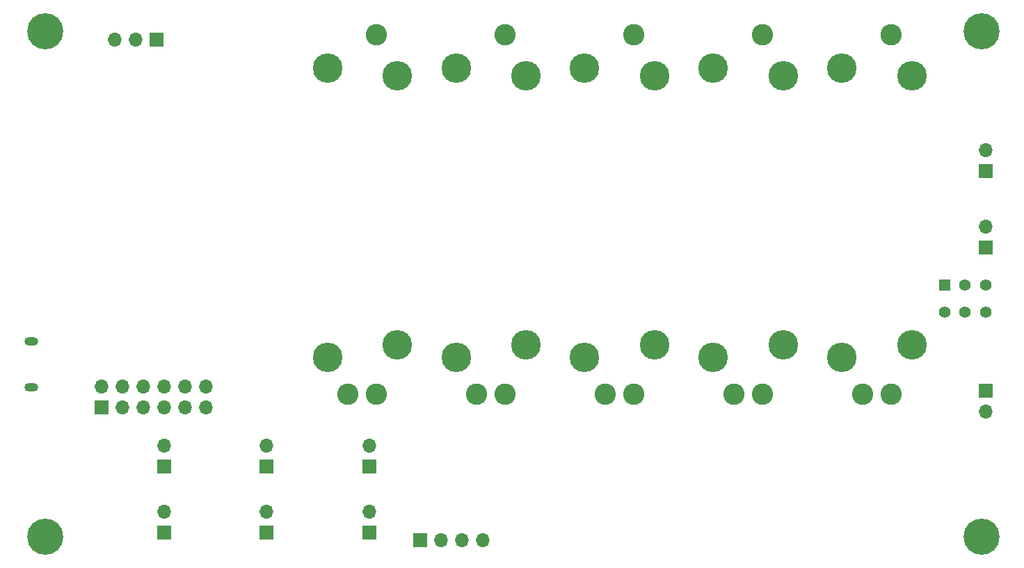
<source format=gbs>
G04 #@! TF.GenerationSoftware,KiCad,Pcbnew,(6.0.5)*
G04 #@! TF.CreationDate,2023-10-11T11:29:23-04:00*
G04 #@! TF.ProjectId,v1,76312e6b-6963-4616-945f-706362585858,rev?*
G04 #@! TF.SameCoordinates,Original*
G04 #@! TF.FileFunction,Soldermask,Bot*
G04 #@! TF.FilePolarity,Negative*
%FSLAX46Y46*%
G04 Gerber Fmt 4.6, Leading zero omitted, Abs format (unit mm)*
G04 Created by KiCad (PCBNEW (6.0.5)) date 2023-10-11 11:29:23*
%MOMM*%
%LPD*%
G01*
G04 APERTURE LIST*
%ADD10R,1.700000X1.700000*%
%ADD11O,1.700000X1.700000*%
%ADD12C,4.400000*%
%ADD13R,1.400000X1.400000*%
%ADD14C,1.400000*%
%ADD15O,1.700000X1.000000*%
%ADD16C,2.600000*%
%ADD17C,3.600000*%
G04 APERTURE END LIST*
D10*
X117500000Y-129000000D03*
D11*
X117500000Y-126460000D03*
D10*
X104040000Y-69000000D03*
D11*
X101500000Y-69000000D03*
X98960000Y-69000000D03*
D10*
X205000000Y-94318750D03*
D11*
X205000000Y-91778750D03*
D12*
X90500000Y-68000000D03*
D10*
X130000000Y-121000000D03*
D11*
X130000000Y-118460000D03*
D10*
X117500000Y-121000000D03*
D11*
X117500000Y-118460000D03*
D10*
X136200000Y-130000000D03*
D11*
X138740000Y-130000000D03*
X141280000Y-130000000D03*
X143820000Y-130000000D03*
D10*
X97420000Y-113775000D03*
D11*
X97420000Y-111235000D03*
X99960000Y-113775000D03*
X99960000Y-111235000D03*
X102500000Y-113775000D03*
X102500000Y-111235000D03*
X105040000Y-113775000D03*
X105040000Y-111235000D03*
X107580000Y-113775000D03*
X107580000Y-111235000D03*
X110120000Y-113775000D03*
X110120000Y-111235000D03*
D10*
X205000000Y-85000000D03*
D11*
X205000000Y-82460000D03*
D10*
X130000000Y-129040000D03*
D11*
X130000000Y-126500000D03*
D13*
X200000000Y-98850000D03*
D14*
X202500000Y-98850000D03*
X205000000Y-98850000D03*
X200000000Y-102150000D03*
X202500000Y-102150000D03*
X205000000Y-102150000D03*
D10*
X205000000Y-111725000D03*
D11*
X205000000Y-114265000D03*
D10*
X105000000Y-121000000D03*
D11*
X105000000Y-118460000D03*
D10*
X105000000Y-129000000D03*
D11*
X105000000Y-126460000D03*
D15*
X88850000Y-105725000D03*
X88850000Y-111375000D03*
D12*
X90500000Y-129500000D03*
X204500000Y-68000000D03*
X204500000Y-129500000D03*
D16*
X162187500Y-112200000D03*
X158687500Y-112200000D03*
D17*
X164687500Y-73400000D03*
X156187500Y-72500000D03*
X156187500Y-107700000D03*
X164687500Y-106200000D03*
D16*
X162187500Y-68400000D03*
X130875000Y-112200000D03*
X127375000Y-112200000D03*
D17*
X133375000Y-73400000D03*
X124875000Y-72500000D03*
D16*
X130875000Y-68400000D03*
D17*
X124875000Y-107700000D03*
X133375000Y-106200000D03*
D16*
X177843750Y-112200000D03*
X174343750Y-112200000D03*
X177843750Y-68400000D03*
D17*
X171843750Y-107700000D03*
X180343750Y-73400000D03*
X180343750Y-106200000D03*
X171843750Y-72500000D03*
D16*
X193500000Y-112200000D03*
X190000000Y-112200000D03*
X193500000Y-68400000D03*
D17*
X196000000Y-106200000D03*
X187500000Y-107700000D03*
X187500000Y-72500000D03*
X196000000Y-73400000D03*
D16*
X146531250Y-112200000D03*
X143031250Y-112200000D03*
D17*
X140531250Y-107700000D03*
X140531250Y-72500000D03*
X149031250Y-106200000D03*
D16*
X146531250Y-68400000D03*
D17*
X149031250Y-73400000D03*
M02*

</source>
